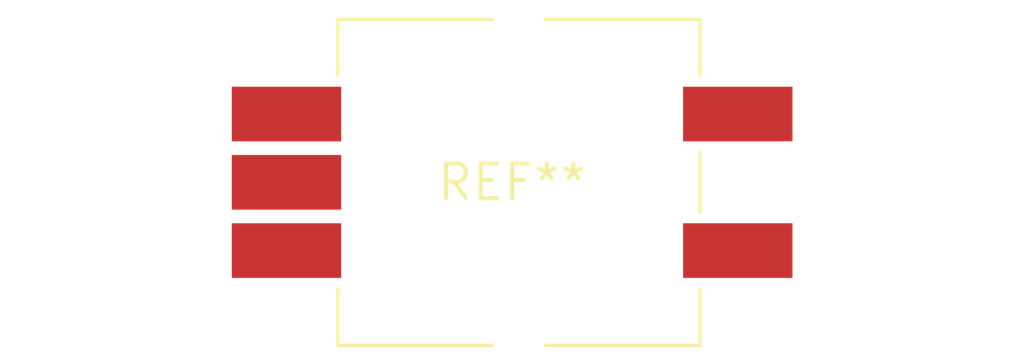
<source format=kicad_pcb>
(kicad_pcb (version 20240108) (generator pcbnew)
  (layers (0 "F.Cu" signal) (31 "B.Cu" signal) (34 "B.Paste" user) (35 "F.Paste" user) (36 "B.SilkS" user "B.Silkscreen") (37 "F.SilkS" user "F.Silkscreen") (38 "B.Mask" user) (39 "F.Mask" user) (44 "Edge.Cuts" user))
  (net 0 "")
  (footprint "Potentiometer_Bourns_PRS11S_Vertical" (layer "F.Cu") (at 0 0)
    (property "Reference" "REF**")
    (property "Value" "Potentiometer_Bourns_PRS11S_Vertical")
    (fp_line (start -6.37 -5.97) (end -6.37 -3.9) (layer "F.SilkS") (stroke (width 0.12)))
    (fp_line (start -6.37 -5.97) (end -0.723 -5.97) (layer "F.SilkS") (stroke (width 0.12)))
    (fp_line (start -6.37 3.9) (end -6.37 5.97) (layer "F.SilkS") (stroke (width 0.12)))
    (fp_line (start -6.37 5.97) (end -0.723 5.97) (layer "F.SilkS") (stroke (width 0.12)))
    (fp_line (start 1.224 -5.97) (end 6.87 -5.97) (layer "F.SilkS") (stroke (width 0.12)))
    (fp_line (start 1.224 5.97) (end 6.87 5.97) (layer "F.SilkS") (stroke (width 0.12)))
    (fp_line (start 6.87 -5.97) (end 6.87 -3.9) (layer "F.SilkS") (stroke (width 0.12)))
    (fp_line (start 6.87 -1.1) (end 6.87 1.1) (layer "F.SilkS") (stroke (width 0.12)))
    (fp_line (start 6.87 3.9) (end 6.87 5.97) (layer "F.SilkS") (stroke (width 0.12)))
    (pad "" np_thru_hole circle (at 0.25 -5.65) (size 1.5 1.5) (drill 1.5) (layers *.Cu *.Mask))
    (pad "" np_thru_hole circle (at 0.25 5.65) (size 1.5 1.5) (drill 1.5) (layers *.Cu *.Mask))
    (pad "1" smd rect (at -8.25 -2.5) (size 4 2) (layers "F.Cu" "F.Paste" "F.Mask"))
    (pad "2" smd rect (at -8.25 0) (size 4 2) (layers "F.Cu" "F.Paste" "F.Mask"))
    (pad "3" smd rect (at -8.25 2.5) (size 4 2) (layers "F.Cu" "F.Paste" "F.Mask"))
    (pad "4" smd rect (at 8.25 -2.5) (size 4 2) (layers "F.Cu" "F.Paste" "F.Mask"))
    (pad "5" smd rect (at 8.25 2.5) (size 4 2) (layers "F.Cu" "F.Paste" "F.Mask"))
  )
)
</source>
